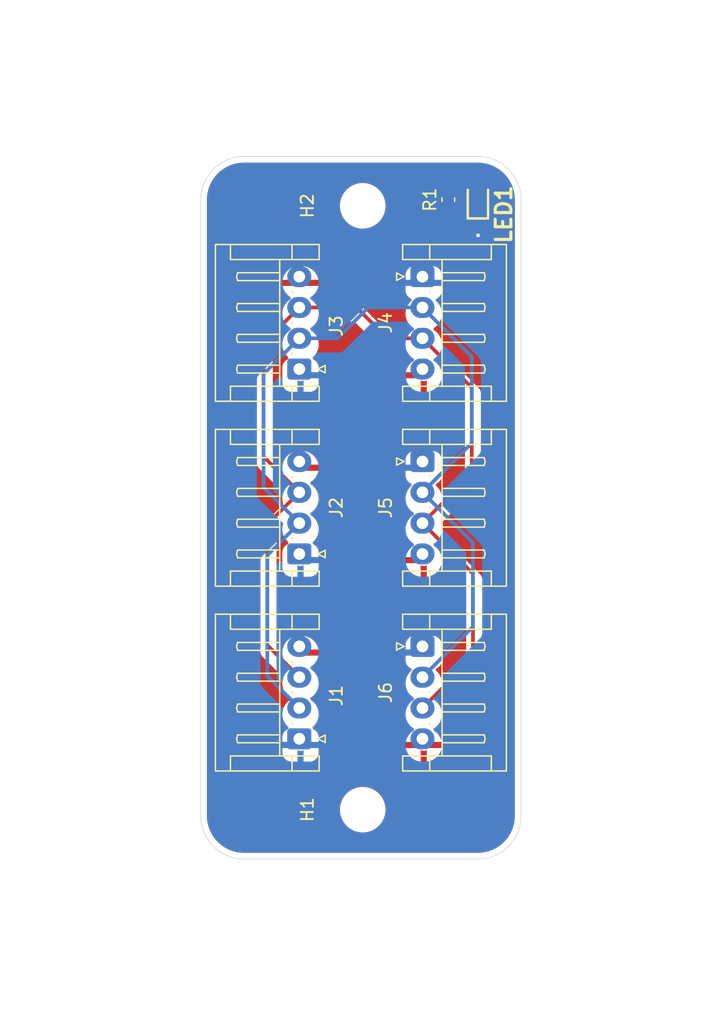
<source format=kicad_pcb>
(kicad_pcb (version 20241229) (generator "pcbnew") (generator_version "9.0")
  (layers (0 "F.Cu" signal) (2 "B.Cu" signal) (13 "F.Paste" user) (15 "B.Paste" user) (5 "F.SilkS" user "F.Silkscreen") (7 "B.SilkS" user "B.Silkscreen") (1 "F.Mask" user) (3 "B.Mask" user) (25 "Edge.Cuts" user))
  (net 0 "")
  (net 1 "GND")
  (net 2 "/PWR_LED")
  (net 3 "+5V")
  (net 4 "/CANL")
  (net 5 "/CANH")
  (footprint "MountingHole:MountingHole_3.2mm_M3" (layer "F.Cu") (at 105.05 125.6)
    (property "Reference" "H1" (at -4.5 0 90) (layer "F.SilkS"))
    (property "Value" "M3")
    (pad "" np_thru_hole circle (at 0 0) (size 3.2 3.2) (drill 3.2) (layers "*.Cu" "*.Mask"))
  )
  (footprint "Connector_JST:JST_EH_S4B-EH_1x04_P2.50mm_Horizontal" (layer "F.Cu") (at 109.9 82.35 -90)
    (property "Reference" "J4" (at 3.75 3 90) (layer "F.SilkS"))
    (property "Value" "Conn_01x04_Socket")
    (fp_line (start -0.3 2.1) (end 0.3 2.1) (stroke (width 0.12)) (layer "F.SilkS"))
    (fp_line (start 0.3 2.1) (end 0 1.5) (stroke (width 0.12)) (layer "F.SilkS"))
    (fp_line (start -2.61 1.61) (end -2.61 -6.81) (stroke (width 0.12)) (layer "F.SilkS"))
    (fp_line (start -1.39 1.61) (end -2.61 1.61) (stroke (width 0.12)) (layer "F.SilkS"))
    (fp_line (start 8.89 1.61) (end 8.89 -0.59) (stroke (width 0.12)) (layer "F.SilkS"))
    (fp_line (start 10.11 1.61) (end 8.89 1.61) (stroke (width 0.12)) (layer "F.SilkS"))
    (fp_line (start 0 1.5) (end -0.3 2.1) (stroke (width 0.12)) (layer "F.SilkS"))
    (fp_line (start -1.39 -0.59) (end -1.39 1.61) (stroke (width 0.12)) (layer "F.SilkS"))
    (fp_line (start -1.39 -0.59) (end -2.61 -0.59) (stroke (width 0.12)) (layer "F.SilkS"))
    (fp_line (start 1.17 -0.59) (end 1.33 -0.59) (stroke (width 0.12)) (layer "F.SilkS"))
    (fp_line (start 3.67 -0.59) (end 3.83 -0.59) (stroke (width 0.12)) (layer "F.SilkS"))
    (fp_line (start 6.17 -0.59) (end 6.33 -0.59) (stroke (width 0.12)) (layer "F.SilkS"))
    (fp_line (start 8.89 -0.59) (end 10.11 -0.59) (stroke (width 0.12)) (layer "F.SilkS"))
    (fp_line (start -1.39 -1.59) (end 8.89 -1.59) (stroke (width 0.12)) (layer "F.SilkS"))
    (fp_line (start -0.32 -1.59) (end -0.32 -5.01) (stroke (width 0.12)) (layer "F.SilkS"))
    (fp_line (start 0 -1.59) (end -0.32 -1.59) (stroke (width 0.12)) (layer "F.SilkS"))
    (fp_line (start 0.32 -1.59) (end 0 -1.59) (stroke (width 0.12)) (layer "F.SilkS"))
    (fp_line (start 2.18 -1.59) (end 2.18 -5.01) (stroke (width 0.12)) (layer "F.SilkS"))
    (fp_line (start 2.5 -1.59) (end 2.18 -1.59) (stroke (width 0.12)) (layer "F.SilkS"))
    (fp_line (start 2.82 -1.59) (end 2.5 -1.59) (stroke (width 0.12)) (layer "F.SilkS"))
    (fp_line (start 4.68 -1.59) (end 4.68 -5.01) (stroke (width 0.12)) (layer "F.SilkS"))
    (fp_line (start 5 -1.59) (end 4.68 -1.59) (stroke (width 0.12)) (layer "F.SilkS"))
    (fp_line (start 5.32 -1.59) (end 5 -1.59) (stroke (width 0.12)) (layer "F.SilkS"))
    (fp_line (start 7.18 -1.59) (end 7.18 -5.01) (stroke (width 0.12)) (layer "F.SilkS"))
    (fp_line (start 7.5 -1.59) (end 7.18 -1.59) (stroke (width 0.12)) (layer "F.SilkS"))
    (fp_line (start 7.82 -1.59) (end 7.5 -1.59) (stroke (width 0.12)) (layer "F.SilkS"))
    (fp_line (start -0.32 -5.01) (end 0 -5.09) (stroke (width 0.12)) (layer "F.SilkS"))
    (fp_line (start 0.32 -5.01) (end 0.32 -1.59) (stroke (width 0.12)) (layer "F.SilkS"))
    (fp_line (start 2.18 -5.01) (end 2.5 -5.09) (stroke (width 0.12)) (layer "F.SilkS"))
    (fp_line (start 2.82 -5.01) (end 2.82 -1.59) (stroke (width 0.12)) (layer "F.SilkS"))
    (fp_line (start 4.68 -5.01) (end 5 -5.09) (stroke (width 0.12)) (layer "F.SilkS"))
    (fp_line (start 5.32 -5.01) (end 5.32 -1.59) (stroke (width 0.12)) (layer "F.SilkS"))
    (fp_line (start 7.18 -5.01) (end 7.5 -5.09) (stroke (width 0.12)) (layer "F.SilkS"))
    (fp_line (start 7.82 -5.01) (end 7.82 -1.59) (stroke (width 0.12)) (layer "F.SilkS"))
    (fp_line (start 0 -5.09) (end 0.32 -5.01) (stroke (width 0.12)) (layer "F.SilkS"))
    (fp_line (start 2.5 -5.09) (end 2.82 -5.01) (stroke (width 0.12)) (layer "F.SilkS"))
    (fp_line (start 5 -5.09) (end 5.32 -5.01) (stroke (width 0.12)) (layer "F.SilkS"))
    (fp_line (start 7.5 -5.09) (end 7.82 -5.01) (stroke (width 0.12)) (layer "F.SilkS"))
    (fp_line (start -2.61 -5.59) (end -1.39 -5.59) (stroke (width 0.12)) (layer "F.SilkS"))
    (fp_line (start -1.39 -5.59) (end -1.39 -0.59) (stroke (width 0.12)) (layer "F.SilkS"))
    (fp_line (start 8.89 -5.59) (end 8.89 -0.59) (stroke (width 0.12)) (layer "F.SilkS"))
    (fp_line (start 10.11 -5.59) (end 8.89 -5.59) (stroke (width 0.12)) (layer "F.SilkS"))
    (fp_line (start -2.61 -6.81) (end 10.11 -6.81) (stroke (width 0.12)) (layer "F.SilkS"))
    (fp_line (start 10.11 -6.81) (end 10.11 1.61) (stroke (width 0.12)) (layer "F.SilkS"))
    (pad "1" thru_hole roundrect (at 0 0 270) (size 1.7 1.95) (drill 0.95) (layers "*.Cu" "*.Mask") (roundrect_rratio 0.147059) (net 1 "GND"))
    (pad "2" thru_hole oval (at 2.5 0 270) (size 1.7 1.95) (drill 0.95) (layers "*.Cu" "*.Mask") (net 5 "/CANH"))
    (pad "3" thru_hole oval (at 5 0 270) (size 1.7 1.95) (drill 0.95) (layers "*.Cu" "*.Mask") (net 4 "/CANL"))
    (pad "4" thru_hole oval (at 7.5 0 270) (size 1.7 1.95) (drill 0.95) (layers "*.Cu" "*.Mask") (net 3 "+5V"))
  )
  (footprint "Connector_JST:JST_EH_S4B-EH_1x04_P2.50mm_Horizontal" (layer "F.Cu") (at 99.9 119.85 90)
    (property "Reference" "J1" (at 3.5 3 90) (layer "F.SilkS"))
    (property "Value" "Conn_01x04_Socket")
    (fp_line (start 10.11 -6.81) (end 10.11 1.61) (stroke (width 0.12)) (layer "F.SilkS"))
    (fp_line (start -2.61 -6.81) (end 10.11 -6.81) (stroke (width 0.12)) (layer "F.SilkS"))
    (fp_line (start 10.11 -5.59) (end 8.89 -5.59) (stroke (width 0.12)) (layer "F.SilkS"))
    (fp_line (start 8.89 -5.59) (end 8.89 -0.59) (stroke (width 0.12)) (layer "F.SilkS"))
    (fp_line (start -1.39 -5.59) (end -1.39 -0.59) (stroke (width 0.12)) (layer "F.SilkS"))
    (fp_line (start -2.61 -5.59) (end -1.39 -5.59) (stroke (width 0.12)) (layer "F.SilkS"))
    (fp_line (start 7.5 -5.09) (end 7.82 -5.01) (stroke (width 0.12)) (layer "F.SilkS"))
    (fp_line (start 5 -5.09) (end 5.32 -5.01) (stroke (width 0.12)) (layer "F.SilkS"))
    (fp_line (start 2.5 -5.09) (end 2.82 -5.01) (stroke (width 0.12)) (layer "F.SilkS"))
    (fp_line (start 0 -5.09) (end 0.32 -5.01) (stroke (width 0.12)) (layer "F.SilkS"))
    (fp_line (start 7.82 -5.01) (end 7.82 -1.59) (stroke (width 0.12)) (layer "F.SilkS"))
    (fp_line (start 7.18 -5.01) (end 7.5 -5.09) (stroke (width 0.12)) (layer "F.SilkS"))
    (fp_line (start 5.32 -5.01) (end 5.32 -1.59) (stroke (width 0.12)) (layer "F.SilkS"))
    (fp_line (start 4.68 -5.01) (end 5 -5.09) (stroke (width 0.12)) (layer "F.SilkS"))
    (fp_line (start 2.82 -5.01) (end 2.82 -1.59) (stroke (width 0.12)) (layer "F.SilkS"))
    (fp_line (start 2.18 -5.01) (end 2.5 -5.09) (stroke (width 0.12)) (layer "F.SilkS"))
    (fp_line (start 0.32 -5.01) (end 0.32 -1.59) (stroke (width 0.12)) (layer "F.SilkS"))
    (fp_line (start -0.32 -5.01) (end 0 -5.09) (stroke (width 0.12)) (layer "F.SilkS"))
    (fp_line (start 7.82 -1.59) (end 7.5 -1.59) (stroke (width 0.12)) (layer "F.SilkS"))
    (fp_line (start 7.5 -1.59) (end 7.18 -1.59) (stroke (width 0.12)) (layer "F.SilkS"))
    (fp_line (start 7.18 -1.59) (end 7.18 -5.01) (stroke (width 0.12)) (layer "F.SilkS"))
    (fp_line (start 5.32 -1.59) (end 5 -1.59) (stroke (width 0.12)) (layer "F.SilkS"))
    (fp_line (start 5 -1.59) (end 4.68 -1.59) (stroke (width 0.12)) (layer "F.SilkS"))
    (fp_line (start 4.68 -1.59) (end 4.68 -5.01) (stroke (width 0.12)) (layer "F.SilkS"))
    (fp_line (start 2.82 -1.59) (end 2.5 -1.59) (stroke (width 0.12)) (layer "F.SilkS"))
    (fp_line (start 2.5 -1.59) (end 2.18 -1.59) (stroke (width 0.12)) (layer "F.SilkS"))
    (fp_line (start 2.18 -1.59) (end 2.18 -5.01) (stroke (width 0.12)) (layer "F.SilkS"))
    (fp_line (start 0.32 -1.59) (end 0 -1.59) (stroke (width 0.12)) (layer "F.SilkS"))
    (fp_line (start 0 -1.59) (end -0.32 -1.59) (stroke (width 0.12)) (layer "F.SilkS"))
    (fp_line (start -0.32 -1.59) (end -0.32 -5.01) (stroke (width 0.12)) (layer "F.SilkS"))
    (fp_line (start -1.39 -1.59) (end 8.89 -1.59) (stroke (width 0.12)) (layer "F.SilkS"))
    (fp_line (start 8.89 -0.59) (end 10.11 -0.59) (stroke (width 0.12)) (layer "F.SilkS"))
    (fp_line (start 6.17 -0.59) (end 6.33 -0.59) (stroke (width 0.12)) (layer "F.SilkS"))
    (fp_line (start 3.67 -0.59) (end 3.83 -0.59) (stroke (width 0.12)) (layer "F.SilkS"))
    (fp_line (start 1.17 -0.59) (end 1.33 -0.59) (stroke (width 0.12)) (layer "F.SilkS"))
    (fp_line (start -1.39 -0.59) (end -2.61 -0.59) (stroke (width 0.12)) (layer "F.SilkS"))
    (fp_line (start -1.39 -0.59) (end -1.39 1.61) (stroke (width 0.12)) (layer "F.SilkS"))
    (fp_line (start 0 1.5) (end -0.3 2.1) (stroke (width 0.12)) (layer "F.SilkS"))
    (fp_line (start 10.11 1.61) (end 8.89 1.61) (stroke (width 0.12)) (layer "F.SilkS"))
    (fp_line (start 8.89 1.61) (end 8.89 -0.59) (stroke (width 0.12)) (layer "F.SilkS"))
    (fp_line (start -1.39 1.61) (end -2.61 1.61) (stroke (width 0.12)) (layer "F.SilkS"))
    (fp_line (start -2.61 1.61) (end -2.61 -6.81) (stroke (width 0.12)) (layer "F.SilkS"))
    (fp_line (start 0.3 2.1) (end 0 1.5) (stroke (width 0.12)) (layer "F.SilkS"))
    (fp_line (start -0.3 2.1) (end 0.3 2.1) (stroke (width 0.12)) (layer "F.SilkS"))
    (pad "1" thru_hole roundrect (at 0 0 90) (size 1.7 1.95) (drill 0.95) (layers "*.Cu" "*.Mask") (roundrect_rratio 0.147059) (net 1 "GND"))
    (pad "2" thru_hole oval (at 2.5 0 90) (size 1.7 1.95) (drill 0.95) (layers "*.Cu" "*.Mask") (net 5 "/CANH"))
    (pad "3" thru_hole oval (at 5 0 90) (size 1.7 1.95) (drill 0.95) (layers "*.Cu" "*.Mask") (net 4 "/CANL"))
    (pad "4" thru_hole oval (at 7.5 0 90) (size 1.7 1.95) (drill 0.95) (layers "*.Cu" "*.Mask") (net 3 "+5V"))
  )
  (footprint "Capacitor_SMD:C_0603_1608Metric" (layer "F.Cu") (at 112 76.1 -90)
    (property "Reference" "R1" (at 0 1.5 90) (layer "F.SilkS"))
    (property "Value" "220")
    (fp_line (start -0.14058 0.51) (end 0.14058 0.51) (stroke (width 0.12)) (layer "F.SilkS"))
    (fp_line (start -0.14058 -0.51) (end 0.14058 -0.51) (stroke (width 0.12)) (layer "F.SilkS"))
    (pad "1" smd roundrect (at -0.775 0 270) (size 0.9 0.95) (layers "F.Cu" "F.Mask" "F.Paste") (net 2 "/PWR_LED"))
    (pad "2" smd roundrect (at 0.775 0 270) (size 0.9 0.95) (layers "F.Cu" "F.Mask" "F.Paste") (net 3 "+5V"))
  )
  (footprint "Connector_JST:JST_EH_S4B-EH_1x04_P2.50mm_Horizontal" (layer "F.Cu") (at 99.9 104.85 90)
    (property "Reference" "J2" (at 3.75 3 90) (layer "F.SilkS"))
    (property "Value" "Conn_01x04_Socket")
    (fp_line (start 10.11 -6.81) (end 10.11 1.61) (stroke (width 0.12)) (layer "F.SilkS"))
    (fp_line (start -2.61 -6.81) (end 10.11 -6.81) (stroke (width 0.12)) (layer "F.SilkS"))
    (fp_line (start 10.11 -5.59) (end 8.89 -5.59) (stroke (width 0.12)) (layer "F.SilkS"))
    (fp_line (start 8.89 -5.59) (end 8.89 -0.59) (stroke (width 0.12)) (layer "F.SilkS"))
    (fp_line (start -1.39 -5.59) (end -1.39 -0.59) (stroke (width 0.12)) (layer "F.SilkS"))
    (fp_line (start -2.61 -5.59) (end -1.39 -5.59) (stroke (width 0.12)) (layer "F.SilkS"))
    (fp_line (start 7.5 -5.09) (end 7.82 -5.01) (stroke (width 0.12)) (layer "F.SilkS"))
    (fp_line (start 5 -5.09) (end 5.32 -5.01) (stroke (width 0.12)) (layer "F.SilkS"))
    (fp_line (start 2.5 -5.09) (end 2.82 -5.01) (stroke (width 0.12)) (layer "F.SilkS"))
    (fp_line (start 0 -5.09) (end 0.32 -5.01) (stroke (width 0.12)) (layer "F.SilkS"))
    (fp_line (start 7.82 -5.01) (end 7.82 -1.59) (stroke (width 0.12)) (layer "F.SilkS"))
    (fp_line (start 7.18 -5.01) (end 7.5 -5.09) (stroke (width 0.12)) (layer "F.SilkS"))
    (fp_line (start 5.32 -5.01) (end 5.32 -1.59) (stroke (width 0.12)) (layer "F.SilkS"))
    (fp_line (start 4.68 -5.01) (end 5 -5.09) (stroke (width 0.12)) (layer "F.SilkS"))
    (fp_line (start 2.82 -5.01) (end 2.82 -1.59) (stroke (width 0.12)) (layer "F.SilkS"))
    (fp_line (start 2.18 -5.01) (end 2.5 -5.09) (stroke (width 0.12)) (layer "F.SilkS"))
    (fp_line (start 0.32 -5.01) (end 0.32 -1.59) (stroke (width 0.12)) (layer "F.SilkS"))
    (fp_line (start -0.32 -5.01) (end 0 -5.09) (stroke (width 0.12)) (layer "F.SilkS"))
    (fp_line (start 7.82 -1.59) (end 7.5 -1.59) (stroke (width 0.12)) (layer "F.SilkS"))
    (fp_line (start 7.5 -1.59) (end 7.18 -1.59) (stroke (width 0.12)) (layer "F.SilkS"))
    (fp_line (start 7.18 -1.59) (end 7.18 -5.01) (stroke (width 0.12)) (layer "F.SilkS"))
    (fp_line (start 5.32 -1.59) (end 5 -1.59) (stroke (width 0.12)) (layer "F.SilkS"))
    (fp_line (start 5 -1.59) (end 4.68 -1.59) (stroke (width 0.12)) (layer "F.SilkS"))
    (fp_line (start 4.68 -1.59) (end 4.68 -5.01) (stroke (width 0.12)) (layer "F.SilkS"))
    (fp_line (start 2.82 -1.59) (end 2.5 -1.59) (stroke (width 0.12)) (layer "F.SilkS"))
    (fp_line (start 2.5 -1.59) (end 2.18 -1.59) (stroke (width 0.12)) (layer "F.SilkS"))
    (fp_line (start 2.18 -1.59) (end 2.18 -5.01) (stroke (width 0.12)) (layer "F.SilkS"))
    (fp_line (start 0.32 -1.59) (end 0 -1.59) (stroke (width 0.12)) (layer "F.SilkS"))
    (fp_line (start 0 -1.59) (end -0.32 -1.59) (stroke (width 0.12)) (layer "F.SilkS"))
    (fp_line (start -0.32 -1.59) (end -0.32 -5.01) (stroke (width 0.12)) (layer "F.SilkS"))
    (fp_line (start -1.39 -1.59) (end 8.89 -1.59) (stroke (width 0.12)) (layer "F.SilkS"))
    (fp_line (start 8.89 -0.59) (end 10.11 -0.59) (stroke (width 0.12)) (layer "F.SilkS"))
    (fp_line (start 6.17 -0.59) (end 6.33 -0.59) (stroke (width 0.12)) (layer "F.SilkS"))
    (fp_line (start 3.67 -0.59) (end 3.83 -0.59) (stroke (width 0.12)) (layer "F.SilkS"))
    (fp_line (start 1.17 -0.59) (end 1.33 -0.59) (stroke (width 0.12)) (layer "F.SilkS"))
    (fp_line (start -1.39 -0.59) (end -2.61 -0.59) (stroke (width 0.12)) (layer "F.SilkS"))
    (fp_line (start -1.39 -0.59) (end -1.39 1.61) (stroke (width 0.12)) (layer "F.SilkS"))
    (fp_line (start 0 1.5) (end -0.3 2.1) (stroke (width 0.12)) (layer "F.SilkS"))
    (fp_line (start 10.11 1.61) (end 8.89 1.61) (stroke (width 0.12)) (layer "F.SilkS"))
    (fp_line (start 8.89 1.61) (end 8.89 -0.59) (stroke (width 0.12)) (layer "F.SilkS"))
    (fp_line (start -1.39 1.61) (end -2.61 1.61) (stroke (width 0.12)) (layer "F.SilkS"))
    (fp_line (start -2.61 1.61) (end -2.61 -6.81) (stroke (width 0.12)) (layer "F.SilkS"))
    (fp_line (start 0.3 2.1) (end 0 1.5) (stroke (width 0.12)) (layer "F.SilkS"))
    (fp_line (start -0.3 2.1) (end 0.3 2.1) (stroke (width 0.12)) (layer "F.SilkS"))
    (pad "1" thru_hole roundrect (at 0 0 90) (size 1.7 1.95) (drill 0.95) (layers "*.Cu" "*.Mask") (roundrect_rratio 0.147059) (net 1 "GND"))
    (pad "2" thru_hole oval (at 2.5 0 90) (size 1.7 1.95) (drill 0.95) (layers "*.Cu" "*.Mask") (net 5 "/CANH"))
    (pad "3" thru_hole oval (at 5 0 90) (size 1.7 1.95) (drill 0.95) (layers "*.Cu" "*.Mask") (net 4 "/CANL"))
    (pad "4" thru_hole oval (at 7.5 0 90) (size 1.7 1.95) (drill 0.95) (layers "*.Cu" "*.Mask") (net 3 "+5V"))
  )
  (footprint "MountingHole:MountingHole_3.2mm_M3" (layer "F.Cu") (at 105.05 76.6)
    (property "Reference" "H2" (at -4.5 0 90) (layer "F.SilkS"))
    (property "Value" "M3")
    (pad "" np_thru_hole circle (at 0 0) (size 3.2 3.2) (drill 3.2) (layers "*.Cu" "*.Mask"))
  )
  (footprint "Connector_JST:JST_EH_S4B-EH_1x04_P2.50mm_Horizontal" (layer "F.Cu") (at 109.9 112.35 -90)
    (property "Reference" "J6" (at 3.75 3 90) (layer "F.SilkS"))
    (property "Value" "Conn_01x04_Socket")
    (fp_line (start -0.3 2.1) (end 0.3 2.1) (stroke (width 0.12)) (layer "F.SilkS"))
    (fp_line (start 0.3 2.1) (end 0 1.5) (stroke (width 0.12)) (layer "F.SilkS"))
    (fp_line (start -2.61 1.61) (end -2.61 -6.81) (stroke (width 0.12)) (layer "F.SilkS"))
    (fp_line (start -1.39 1.61) (end -2.61 1.61) (stroke (width 0.12)) (layer "F.SilkS"))
    (fp_line (start 8.89 1.61) (end 8.89 -0.59) (stroke (width 0.12)) (layer "F.SilkS"))
    (fp_line (start 10.11 1.61) (end 8.89 1.61) (stroke (width 0.12)) (layer "F.SilkS"))
    (fp_line (start 0 1.5) (end -0.3 2.1) (stroke (width 0.12)) (layer "F.SilkS"))
    (fp_line (start -1.39 -0.59) (end -1.39 1.61) (stroke (width 0.12)) (layer "F.SilkS"))
    (fp_line (start -1.39 -0.59) (end -2.61 -0.59) (stroke (width 0.12)) (layer "F.SilkS"))
    (fp_line (start 1.17 -0.59) (end 1.33 -0.59) (stroke (width 0.12)) (layer "F.SilkS"))
    (fp_line (start 3.67 -0.59) (end 3.83 -0.59) (stroke (width 0.12)) (layer "F.SilkS"))
    (fp_line (start 6.17 -0.59) (end 6.33 -0.59) (stroke (width 0.12)) (layer "F.SilkS"))
    (fp_line (start 8.89 -0.59) (end 10.11 -0.59) (stroke (width 0.12)) (layer "F.SilkS"))
    (fp_line (start -1.39 -1.59) (end 8.89 -1.59) (stroke (width 0.12)) (layer "F.SilkS"))
    (fp_line (start -0.32 -1.59) (end -0.32 -5.01) (stroke (width 0.12)) (layer "F.SilkS"))
    (fp_line (start 0 -1.59) (end -0.32 -1.59) (stroke (width 0.12)) (layer "F.SilkS"))
    (fp_line (start 0.32 -1.59) (end 0 -1.59) (stroke (width 0.12)) (layer "F.SilkS"))
    (fp_line (start 2.18 -1.59) (end 2.18 -5.01) (stroke (width 0.12)) (layer "F.SilkS"))
    (fp_line (start 2.5 -1.59) (end 2.18 -1.59) (stroke (width 0.12)) (layer "F.SilkS"))
    (fp_line (start 2.82 -1.59) (end 2.5 -1.59) (stroke (width 0.12)) (layer "F.SilkS"))
    (fp_line (start 4.68 -1.59) (end 4.68 -5.01) (stroke (width 0.12)) (layer "F.SilkS"))
    (fp_line (start 5 -1.59) (end 4.68 -1.59) (stroke (width 0.12)) (layer "F.SilkS"))
    (fp_line (start 5.32 -1.59) (end 5 -1.59) (stroke (width 0.12)) (layer "F.SilkS"))
    (fp_line (start 7.18 -1.59) (end 7.18 -5.01) (stroke (width 0.12)) (layer "F.SilkS"))
    (fp_line (start 7.5 -1.59) (end 7.18 -1.59) (stroke (width 0.12)) (layer "F.SilkS"))
    (fp_line (start 7.82 -1.59) (end 7.5 -1.59) (stroke (width 0.12)) (layer "F.SilkS"))
    (fp_line (start -0.32 -5.01) (end 0 -5.09) (stroke (width 0.12)) (layer "F.SilkS"))
    (fp_line (start 0.32 -5.01) (end 0.32 -1.59) (stroke (width 0.12)) (layer "F.SilkS"))
    (fp_line (start 2.18 -5.01) (end 2.5 -5.09) (stroke (width 0.12)) (layer "F.SilkS"))
    (fp_line (start 2.82 -5.01) (end 2.82 -1.59) (stroke (width 0.12)) (layer "F.SilkS"))
    (fp_line (start 4.68 -5.01) (end 5 -5.09) (stroke (width 0.12)) (layer "F.SilkS"))
    (fp_line (start 5.32 -5.01) (end 5.32 -1.59) (stroke (width 0.12)) (layer "F.SilkS"))
    (fp_line (start 7.18 -5.01) (end 7.5 -5.09) (stroke (width 0.12)) (layer "F.SilkS"))
    (fp_line (start 7.82 -5.01) (end 7.82 -1.59) (stroke (width 0.12)) (layer "F.SilkS"))
    (fp_line (start 0 -5.09) (end 0.32 -5.01) (stroke (width 0.12)) (layer "F.SilkS"))
    (fp_line (start 2.5 -5.09) (end 2.82 -5.01) (stroke (width 0.12)) (layer "F.SilkS"))
    (fp_line (start 5 -5.09) (end 5.32 -5.01) (stroke (width 0.12)) (layer "F.SilkS"))
    (fp_line (start 7.5 -5.09) (end 7.82 -5.01) (stroke (width 0.12)) (layer "F.SilkS"))
    (fp_line (start -2.61 -5.59) (end -1.39 -5.59) (stroke (width 0.12)) (layer "F.SilkS"))
    (fp_line (start -1.39 -5.59) (end -1.39 -0.59) (stroke (width 0.12)) (layer "F.SilkS"))
    (fp_line (start 8.89 -5.59) (end 8.89 -0.59) (stroke (width 0.12)) (layer "F.SilkS"))
    (fp_line (start 10.11 -5.59) (end 8.89 -5.59) (stroke (width 0.12)) (layer "F.SilkS"))
    (fp_line (start -2.61 -6.81) (end 10.11 -6.81) (stroke (width 0.12)) (layer "F.SilkS"))
    (fp_line (start 10.11 -6.81) (end 10.11 1.61) (stroke (width 0.12)) (layer "F.SilkS"))
    (pad "1" thru_hole roundrect (at 0 0 270) (size 1.7 1.95) (drill 0.95) (layers "*.Cu" "*.Mask") (roundrect_rratio 0.147059) (net 1 "GND"))
    (pad "2" thru_hole oval (at 2.5 0 270) (size 1.7 1.95) (drill 0.95) (layers "*.Cu" "*.Mask") (net 5 "/CANH"))
    (pad "3" thru_hole oval (at 5 0 270) (size 1.7 1.95) (drill 0.95) (layers "*.Cu" "*.Mask") (net 4 "/CANL"))
    (pad "4" thru_hole oval (at 7.5 0 270) (size 1.7 1.95) (drill 0.95) (layers "*.Cu" "*.Mask") (net 3 "+5V"))
  )
  (footprint "SDM_MiscFootprint:LEDC1608X80N" (layer "F.Cu") (at 114.4 76.05 90)
    (property "Reference" "LED1" (at -1.25 2.1 90) (layer "F.SilkS") (effects (font (size 1.27 1.27) (thickness 0.254))))
    (property "Value" "150060RS75000" (hide yes))
    (fp_line (start 0.75 -0.825) (end -1.575 -0.825) (stroke (width 0.2)) (layer "F.SilkS"))
    (fp_line (start -1.575 -0.825) (end -1.575 0.825) (stroke (width 0.2)) (layer "F.SilkS"))
    (fp_line (start -1.575 0.825) (end 0.75 0.825) (stroke (width 0.2)) (layer "F.SilkS"))
    (pad "1" smd rect (at -0.75 0 180) (size 0.95 0.95) (layers "F.Cu" "F.Mask" "F.Paste") (net 1 "GND"))
    (pad "2" smd rect (at 0.75 0 180) (size 0.95 0.95) (layers "F.Cu" "F.Mask" "F.Paste") (net 2 "/PWR_LED"))
  )
  (footprint "Connector_JST:JST_EH_S4B-EH_1x04_P2.50mm_Horizontal" (layer "F.Cu") (at 99.9 89.85 90)
    (property "Reference" "J3" (at 3.5 3 90) (layer "F.SilkS"))
    (property "Value" "Conn_01x04_Socket")
    (fp_line (start 10.11 -6.81) (end 10.11 1.61) (stroke (width 0.12)) (layer "F.SilkS"))
    (fp_line (start -2.61 -6.81) (end 10.11 -6.81) (stroke (width 0.12)) (layer "F.SilkS"))
    (fp_line (start 10.11 -5.59) (end 8.89 -5.59) (stroke (width 0.12)) (layer "F.SilkS"))
    (fp_line (start 8.89 -5.59) (end 8.89 -0.59) (stroke (width 0.12)) (layer "F.SilkS"))
    (fp_line (start -1.39 -5.59) (end -1.39 -0.59) (stroke (width 0.12)) (layer "F.SilkS"))
    (fp_line (start -2.61 -5.59) (end -1.39 -5.59) (stroke (width 0.12)) (layer "F.SilkS"))
    (fp_line (start 7.5 -5.09) (end 7.82 -5.01) (stroke (width 0.12)) (layer "F.SilkS"))
    (fp_line (start 5 -5.09) (end 5.32 -5.01) (stroke (width 0.12)) (layer "F.SilkS"))
    (fp_line (start 2.5 -5.09) (end 2.82 -5.01) (stroke (width 0.12)) (layer "F.SilkS"))
    (fp_line (start 0 -5.09) (end 0.32 -5.01) (stroke (width 0.12)) (layer "F.SilkS"))
    (fp_line (start 7.82 -5.01) (end 7.82 -1.59) (stroke (width 0.12)) (layer "F.SilkS"))
    (fp_line (start 7.18 -5.01) (end 7.5 -5.09) (stroke (width 0.12)) (layer "F.SilkS"))
    (fp_line (start 5.32 -5.01) (end 5.32 -1.59) (stroke (width 0.12)) (layer "F.SilkS"))
    (fp_line (start 4.68 -5.01) (end 5 -5.09) (stroke (width 0.12)) (layer "F.SilkS"))
    (fp_line (start 2.82 -5.01) (end 2.82 -1.59) (stroke (width 0.12)) (layer "F.SilkS"))
    (fp_line (start 2.18 -5.01) (end 2.5 -5.09) (stroke (width 0.12)) (layer "F.SilkS"))
    (fp_line (start 0.32 -5.01) (end 0.32 -1.59) (stroke (width 0.12)) (layer "F.SilkS"))
    (fp_line (start -0.32 -5.01) (end 0 -5.09) (stroke (width 0.12)) (layer "F.SilkS"))
    (fp_line (start 7.82 -1.59) (end 7.5 -1.59) (stroke (width 0.12)) (layer "F.SilkS"))
    (fp_line (start 7.5 -1.59) (end 7.18 -1.59) (stroke (width 0.12)) (layer "F.SilkS"))
    (fp_line (start 7.18 -1.59) (end 7.18 -5.01) (stroke (width 0.12)) (layer "F.SilkS"))
    (fp_line (start 5.32 -1.59) (end 5 -1.59) (stroke (width 0.12)) (layer "F.SilkS"))
    (fp_line (start 5 -1.59) (end 4.68 -1.59) (stroke (width 0.12)) (layer "F.SilkS"))
    (fp_line (start 4.68 -1.59) (end 4.68 -5.01) (stroke (width 0.12)) (layer "F.SilkS"))
    (fp_line (start 2.82 -1.59) (end 2.5 -1.59) (stroke (width 0.12)) (layer "F.SilkS"))
    (fp_line (start 2.5 -1.59) (end 2.18 -1.59) (stroke (width 0.12)) (layer "F.SilkS"))
    (fp_line (start 2.18 -1.59) (end 2.18 -5.01) (stroke (width 0.12)) (layer "F.SilkS"))
    (fp_line (start 0.32 -1.59) (end 0 -1.59) (stroke (width 0.12)) (layer "F.SilkS"))
    (fp_line (start 0 -1.59) (end -0.32 -1.59) (stroke (width 0.12)) (layer "F.SilkS"))
    (fp_line (start -0.32 -1.59) (end -0.32 -5.01) (stroke (width 0.12)) (layer "F.SilkS"))
    (fp_line (start -1.39 -1.59) (end 8.89 -1.59) (stroke (width 0.12)) (layer "F.SilkS"))
    (fp_line (start 8.89 -0.59) (end 10.11 -0.59) (stroke (width 0.12)) (layer "F.SilkS"))
    (fp_line (start 6.17 -0.59) (end 6.33 -0.59) (stroke (width 0.12)) (layer "F.SilkS"))
    (fp_line (start 3.67 -0.59) (end 3.83 -0.59) (stroke (width 0.12)) (layer "F.SilkS"))
    (fp_line (start 1.17 -0.59) (end 1.33 -0.59) (stroke (width 0.12)) (layer "F.SilkS"))
    (fp_line (start -1.39 -0.59) (end -2.61 -0.59) (stroke (width 0.12)) (layer "F.SilkS"))
    (fp_line (start -1.39 -0.59) (end -1.39 1.61) (stroke (width 0.12)) (layer "F.SilkS"))
    (fp_line (start 0 1.5) (end -0.3 2.1) (stroke (width 0.12)) (layer "F.SilkS"))
    (fp_line (start 10.11 1.61) (end 8.89 1.61) (stroke (width 0.12)) (layer "F.SilkS"))
    (fp_line (start 8.89 1.61) (end 8.89 -0.59) (stroke (width 0.12)) (layer "F.SilkS"))
    (fp_line (start -1.39 1.61) (end -2.61 1.61) (stroke (width 0.12)) (layer "F.SilkS"))
    (fp_line (start -2.61 1.61) (end -2.61 -6.81) (stroke (width 0.12)) (layer "F.SilkS"))
    (fp_line (start 0.3 2.1) (end 0 1.5) (stroke (width 0.12)) (layer "F.SilkS"))
    (fp_line (start -0.3 2.1) (end 0.3 2.1) (stroke (width 0.12)) (layer "F.SilkS"))
    (pad "1" thru_hole roundrect (at 0 0 90) (size 1.7 1.95) (drill 0.95) (layers "*.Cu" "*.Mask") (roundrect_rratio 0.147059) (net 1 "GND"))
    (pad "2" thru_hole oval (at 2.5 0 90) (size 1.7 1.95) (drill 0.95) (layers "*.Cu" "*.Mask") (net 5 "/CANH"))
    (pad "3" thru_hole oval (at 5 0 90) (size 1.7 1.95) (drill 0.95) (layers "*.Cu" "*.Mask") (net 4 "/CANL"))
    (pad "4" thru_hole oval (at 7.5 0 90) (size 1.7 1.95) (drill 0.95) (layers "*.Cu" "*.Mask") (net 3 "+5V"))
  )
  (footprint "Connector_JST:JST_EH_S4B-EH_1x04_P2.50mm_Horizontal" (layer "F.Cu") (at 109.9 97.35 -90)
    (property "Reference" "J5" (at 3.75 3 90) (layer "F.SilkS"))
    (property "Value" "Conn_01x04_Socket")
    (fp_line (start -0.3 2.1) (end 0.3 2.1) (stroke (width 0.12)) (layer "F.SilkS"))
    (fp_line (start 0.3 2.1) (end 0 1.5) (stroke (width 0.12)) (layer "F.SilkS"))
    (fp_line (start -2.61 1.61) (end -2.61 -6.81) (stroke (width 0.12)) (layer "F.SilkS"))
    (fp_line (start -1.39 1.61) (end -2.61 1.61) (stroke (width 0.12)) (layer "F.SilkS"))
    (fp_line (start 8.89 1.61) (end 8.89 -0.59) (stroke (width 0.12)) (layer "F.SilkS"))
    (fp_line (start 10.11 1.61) (end 8.89 1.61) (stroke (width 0.12)) (layer "F.SilkS"))
    (fp_line (start 0 1.5) (end -0.3 2.1) (stroke (width 0.12)) (layer "F.SilkS"))
    (fp_line (start -1.39 -0.59) (end -1.39 1.61) (stroke (width 0.12)) (layer "F.SilkS"))
    (fp_line (start -1.39 -0.59) (end -2.61 -0.59) (stroke (width 0.12)) (layer "F.SilkS"))
    (fp_line (start 1.17 -0.59) (end 1.33 -0.59) (stroke (width 0.12)) (layer "F.SilkS"))
    (fp_line (start 3.67 -0.59) (end 3.83 -0.59) (stroke (width 0.12)) (layer "F.SilkS"))
    (fp_line (start 6.17 -0.59) (end 6.33 -0.59) (stroke (width 0.12)) (layer "F.SilkS"))
    (fp_line (start 8.89 -0.59) (end 10.11 -0.59) (stroke (width 0.12)) (layer "F.SilkS"))
    (fp_line (start -1.39 -1.59) (end 8.89 -1.59) (stroke (width 0.12)) (layer "F.SilkS"))
    (fp_line (start -0.32 -1.59) (end -0.32 -5.01) (stroke (width 0.12)) (layer "F.SilkS"))
    (fp_line (start 0 -1.59) (end -0.32 -1.59) (stroke (width 0.12)) (layer "F.SilkS"))
    (fp_line (start 0.32 -1.59) (end 0 -1.59) (stroke (width 0.12)) (layer "F.SilkS"))
    (fp_line (start 2.18 -1.59) (end 2.18 -5.01) (stroke (width 0.12)) (layer "F.SilkS"))
    (fp_line (start 2.5 -1.59) (end 2.18 -1.59) (stroke (width 0.12)) (layer "F.SilkS"))
    (fp_line (start 2.82 -1.59) (end 2.5 -1.59) (stroke (width 0.12)) (layer "F.SilkS"))
    (fp_line (start 4.68 -1.59) (end 4.68 -5.01) (stroke (width 0.12)) (layer "F.SilkS"))
    (fp_line (start 5 -1.59) (end 4.68 -1.59) (stroke (width 0.12)) (layer "F.SilkS"))
    (fp_line (start 5.32 -1.59) (end 5 -1.59) (stroke (width 0.12)) (layer "F.SilkS"))
    (fp_line (start 7.18 -1.59) (end 7.18 -5.01) (stroke (width 0.12)) (layer "F.SilkS"))
    (fp_line (start 7.5 -1.59) (end 7.18 -1.59) (stroke (width 0.12)) (layer "F.SilkS"))
    (fp_line (start 7.82 -1.59) (end 7.5 -1.59) (stroke (width 0.12)) (layer "F.SilkS"))
    (fp_line (start -0.32 -5.01) (end 0 -5.09) (stroke (width 0.12)) (layer "F.SilkS"))
    (fp_line (start 0.32 -5.01) (end 0.32 -1.59) (stroke (width 0.12)) (layer "F.SilkS"))
    (fp_line (start 2.18 -5.01) (end 2.5 -5.09) (stroke (width 0.12)) (layer "F.SilkS"))
    (fp_line (start 2.82 -5.01) (end 2.82 -1.59) (stroke (width 0.12)) (layer "F.SilkS"))
    (fp_line (start 4.68 -5.01) (end 5 -5.09) (stroke (width 0.12)) (layer "F.SilkS"))
    (fp_line (start 5.32 -5.01) (end 5.32 -1.59) (stroke (width 0.12)) (layer "F.SilkS"))
    (fp_line (start 7.18 -5.01) (end 7.5 -5.09) (stroke (width 0.12)) (layer "F.SilkS"))
    (fp_line (start 7.82 -5.01) (end 7.82 -1.59) (stroke (width 0.12)) (layer "F.SilkS"))
    (fp_line (start 0 -5.09) (end 0.32 -5.01) (stroke (width 0.12)) (layer "F.SilkS"))
    (fp_line (start 2.5 -5.09) (end 2.82 -5.01) (stroke (width 0.12)) (layer "F.SilkS"))
    (fp_line (start 5 -5.09) (end 5.32 -5.01) (stroke (width 0.12)) (layer "F.SilkS"))
    (fp_line (start 7.5 -5.09) (end 7.82 -5.01) (stroke (width 0.12)) (layer "F.SilkS"))
    (fp_line (start -2.61 -5.59) (end -1.39 -5.59) (stroke (width 0.12)) (layer "F.SilkS"))
    (fp_line (start -1.39 -5.59) (end -1.39 -0.59) (stroke (width 0.12)) (layer "F.SilkS"))
    (fp_line (start 8.89 -5.59) (end 8.89 -0.59) (stroke (width 0.12)) (layer "F.SilkS"))
    (fp_line (start 10.11 -5.59) (end 8.89 -5.59) (stroke (width 0.12)) (layer "F.SilkS"))
    (fp_line (start -2.61 -6.81) (end 10.11 -6.81) (stroke (width 0.12)) (layer "F.SilkS"))
    (fp_line (start 10.11 -6.81) (end 10.11 1.61) (stroke (width 0.12)) (layer "F.SilkS"))
    (pad "1" thru_hole roundrect (at 0 0 270) (size 1.7 1.95) (drill 0.95) (layers "*.Cu" "*.Mask") (roundrect_rratio 0.147059) (net 1 "GND"))
    (pad "2" thru_hole oval (at 2.5 0 270) (size 1.7 1.95) (drill 0.95) (layers "*.Cu" "*.Mask") (net 5 "/CANH"))
    (pad "3" thru_hole oval (at 5 0 270) (size 1.7 1.95) (drill 0.95) (layers "*.Cu" "*.Mask") (net 4 "/CANL"))
    (pad "4" thru_hole oval (at 7.5 0 270) (size 1.7 1.95) (drill 0.95) (layers "*.Cu" "*.Mask") (net 3 "+5V"))
  )
  (gr_line (start 114.4 129.6) (end 95.4 129.6) (stroke (width 0.05)) (layer "Edge.Cuts"))
  (gr_line (start 91.9 126.1) (end 91.9 76.1) (stroke (width 0.05)) (layer "Edge.Cuts"))
  (gr_arc (start 95.4 129.6) (mid 92.925126 128.574874) (end 91.9 126.1) (stroke (width 0.05)) (layer "Edge.Cuts"))
  (gr_arc (start 91.9 76.1) (mid 92.925126 73.625126) (end 95.4 72.6) (stroke (width 0.05)) (layer "Edge.Cuts"))
  (gr_arc (start 114.4 72.6) (mid 116.874874 73.625126) (end 117.9 76.1) (stroke (width 0.05)) (layer "Edge.Cuts"))
  (gr_arc (start 117.9 126.1) (mid 116.874874 128.574874) (end 114.4 129.6) (stroke (width 0.05)) (layer "Edge.Cuts"))
  (gr_line (start 95.4 72.6) (end 114.4 72.6) (stroke (width 0.05)) (layer "Edge.Cuts"))
  (gr_line (start 117.9 76.1) (end 117.9 126.1) (stroke (width 0.05)) (layer "Edge.Cuts"))
  (segment (start 114.4125 76.8125) (end 114.4 76.8) (width 1) (layer "F.Cu") (net 1))
  (segment (start 114.4125 79) (end 114.4125 76.8125) (width 1) (layer "F.Cu") (net 1))
  (via (at 114.4125 79) (size 0.6) (drill 0.3) (layers "F.Cu" "B.Cu") (net 1))
  (segment (start 114.4 75.3) (end 112.025 75.3) (width 1) (layer "F.Cu") (net 2))
  (segment (start 112.025 75.3) (end 112 75.325) (width 1) (layer "F.Cu") (net 2))
  (segment (start 97.3 102.45) (end 99.9 99.85) (width 0.3) (layer "F.Cu") (net 4))
  (segment (start 97 87.75) (end 99.9 84.85) (width 0.3) (layer "F.Cu") (net 4))
  (segment (start 113.9 98.35) (end 109.9 102.35) (width 0.3) (layer "F.Cu") (net 4))
  (segment (start 107.05 87.35) (end 109.9 87.35) (width 0.3) (layer "F.Cu") (net 4))
  (segment (start 97.3 112.25) (end 97.3 102.45) (width 0.3) (layer "F.Cu") (net 4))
  (segment (start 104.55 84.85) (end 107.05 87.35) (width 0.3) (layer "F.Cu") (net 4))
  (segment (start 99.9 84.85) (end 104.55 84.85) (width 0.3) (layer "F.Cu") (net 4))
  (segment (start 113.9 91.35) (end 113.9 98.35) (width 0.3) (layer "F.Cu") (net 4))
  (segment (start 114 113.25) (end 109.9 117.35) (width 0.3) (layer "F.Cu") (net 4))
  (segment (start 99.9 114.85) (end 97.3 112.25) (width 0.3) (layer "F.Cu") (net 4))
  (segment (start 114 106.45) (end 114 113.25) (width 0.3) (layer "F.Cu") (net 4))
  (segment (start 109.9 102.35) (end 114 106.45) (width 0.3) (layer "F.Cu") (net 4))
  (segment (start 99.9 99.85) (end 97 96.95) (width 0.3) (layer "F.Cu") (net 4))
  (segment (start 97 96.95) (end 97 87.75) (width 0.3) (layer "F.Cu") (net 4))
  (segment (start 109.9 87.35) (end 113.9 91.35) (width 0.3) (layer "F.Cu") (net 4))
  (segment (start 99.9 102.35) (end 97 99.45) (width 0.3) (layer "B.Cu") (net 5))
  (segment (start 103 87.35) (end 105.5 84.85) (width 0.3) (layer "B.Cu") (net 5))
  (segment (start 114 103.95) (end 114 110.75) (width 0.3) (layer "B.Cu") (net 5))
  (segment (start 99.9 87.35) (end 103 87.35) (width 0.3) (layer "B.Cu") (net 5))
  (segment (start 97.3 114.75) (end 97.3 104.95) (width 0.3) (layer "B.Cu") (net 5))
  (segment (start 113.9 88.85) (end 113.9 95.85) (width 0.3) (layer "B.Cu") (net 5))
  (segment (start 99.9 117.35) (end 97.3 114.75) (width 0.3) (layer "B.Cu") (net 5))
  (segment (start 97.3 104.95) (end 99.9 102.35) (width 0.3) (layer "B.Cu") (net 5))
  (segment (start 109.9 84.85) (end 113.9 88.85) (width 0.3) (layer "B.Cu") (net 5))
  (segment (start 97 90.25) (end 99.9 87.35) (width 0.3) (layer "B.Cu") (net 5))
  (segment (start 105.5 84.85) (end 109.9 84.85) (width 0.3) (layer "B.Cu") (net 5))
  (segment (start 97 99.45) (end 97 90.25) (width 0.3) (layer "B.Cu") (net 5))
  (segment (start 109.9 99.85) (end 114 103.95) (width 0.3) (layer "B.Cu") (net 5))
  (segment (start 113.9 95.85) (end 109.9 99.85) (width 0.3) (layer "B.Cu") (net 5))
  (segment (start 114 110.75) (end 109.9 114.85) (width 0.3) (layer "B.Cu") (net 5))
  (zone (net 3) (net_name "+5V") (layer "F.Cu") (connect_pads (clearance 0.5)) (min_thickness 0.25) (fill yes (thermal_gap 0.5) (thermal_bridge_width 0.5))
    (polygon (pts (xy 84.2 68) (xy 124.1 68) (xy 124.1 135.6) (xy 85.7 135.6)))
  )
  (zone (net 1) (net_name "GND") (layer "B.Cu") (priority 1) (connect_pads (clearance 0.5)) (min_thickness 0.25) (fill yes (thermal_gap 0.5) (thermal_bridge_width 0.5))
    (polygon (pts (xy 75.6 59.9) (xy 134.3 59.9) (xy 134.3 143) (xy 78.4 143)))
  )
)
</source>
